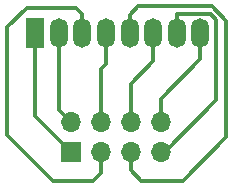
<source format=gbr>
%TF.GenerationSoftware,KiCad,Pcbnew,9.0.0*%
%TF.CreationDate,2025-03-11T10:13:58-07:00*%
%TF.ProjectId,360LPNeckWithPinHeaders,3336304c-504e-4656-936b-576974685069,rev?*%
%TF.SameCoordinates,Original*%
%TF.FileFunction,Copper,L1,Top*%
%TF.FilePolarity,Positive*%
%FSLAX46Y46*%
G04 Gerber Fmt 4.6, Leading zero omitted, Abs format (unit mm)*
G04 Created by KiCad (PCBNEW 9.0.0) date 2025-03-11 10:13:58*
%MOMM*%
%LPD*%
G01*
G04 APERTURE LIST*
%TA.AperFunction,ComponentPad*%
%ADD10R,1.700000X1.700000*%
%TD*%
%TA.AperFunction,ComponentPad*%
%ADD11O,1.700000X1.700000*%
%TD*%
%TA.AperFunction,ComponentPad*%
%ADD12R,1.500000X2.500000*%
%TD*%
%TA.AperFunction,ComponentPad*%
%ADD13O,1.500000X2.500000*%
%TD*%
%TA.AperFunction,Conductor*%
%ADD14C,0.300000*%
%TD*%
G04 APERTURE END LIST*
D10*
%TO.P,J2,1,Pin_1*%
%TO.N,Net-(J1-Pin_1)*%
X22000000Y-25540000D03*
D11*
%TO.P,J2,2,Pin_2*%
%TO.N,Net-(J1-Pin_2)*%
X22000000Y-23000000D03*
%TO.P,J2,3,Pin_3*%
%TO.N,Net-(J1-Pin_3)*%
X24540000Y-25540000D03*
%TO.P,J2,4,Pin_4*%
%TO.N,Net-(J1-Pin_4)*%
X24540000Y-23000000D03*
%TO.P,J2,5,Pin_5*%
%TO.N,Net-(J1-Pin_5)*%
X27080000Y-25540000D03*
%TO.P,J2,6,Pin_6*%
%TO.N,Net-(J1-Pin_6)*%
X27080000Y-23000000D03*
%TO.P,J2,7,Pin_7*%
%TO.N,Net-(J1-Pin_7)*%
X29620000Y-25540000D03*
%TO.P,J2,8,Pin_8*%
%TO.N,Net-(J1-Pin_8)*%
X29620000Y-23000000D03*
%TD*%
D12*
%TO.P,J1,1,Pin_1*%
%TO.N,Net-(J1-Pin_1)*%
X19000000Y-15500000D03*
D13*
%TO.P,J1,2,Pin_2*%
%TO.N,Net-(J1-Pin_2)*%
X21000000Y-15500000D03*
%TO.P,J1,3,Pin_3*%
%TO.N,Net-(J1-Pin_3)*%
X23000000Y-15500000D03*
%TO.P,J1,4,Pin_4*%
%TO.N,Net-(J1-Pin_4)*%
X25000000Y-15500000D03*
%TO.P,J1,5,Pin_5*%
%TO.N,Net-(J1-Pin_5)*%
X27000000Y-15500000D03*
%TO.P,J1,6,Pin_6*%
%TO.N,Net-(J1-Pin_6)*%
X29000000Y-15500000D03*
%TO.P,J1,7,Pin_7*%
%TO.N,Net-(J1-Pin_7)*%
X31000000Y-15500000D03*
%TO.P,J1,8,Pin_8*%
%TO.N,Net-(J1-Pin_8)*%
X33000000Y-15500000D03*
%TD*%
D14*
%TO.N,Net-(J1-Pin_1)*%
X19000000Y-22540000D02*
X22000000Y-25540000D01*
X19000000Y-15500000D02*
X19000000Y-22540000D01*
%TO.N,Net-(J1-Pin_2)*%
X21000000Y-22000000D02*
X22000000Y-23000000D01*
X21000000Y-15500000D02*
X21000000Y-22000000D01*
%TO.N,Net-(J1-Pin_4)*%
X25000000Y-18100000D02*
X24540000Y-18560000D01*
X25000000Y-15500000D02*
X25000000Y-18100000D01*
X24540000Y-18560000D02*
X24540000Y-23000000D01*
%TO.N,Net-(J1-Pin_3)*%
X20500000Y-28000000D02*
X23900000Y-28000000D01*
X18300000Y-13350000D02*
X16650000Y-15000000D01*
X24540000Y-27360000D02*
X24540000Y-25540000D01*
X16650000Y-24150000D02*
X20500000Y-28000000D01*
X22500000Y-13350000D02*
X18300000Y-13350000D01*
X23900000Y-28000000D02*
X24540000Y-27360000D01*
X16650000Y-15000000D02*
X16650000Y-24150000D01*
X23000000Y-13850000D02*
X22500000Y-13350000D01*
X23000000Y-15500000D02*
X23000000Y-13850000D01*
%TO.N,Net-(J1-Pin_6)*%
X29000000Y-15500000D02*
X29000000Y-17900000D01*
X27080000Y-19820000D02*
X27080000Y-23000000D01*
X29000000Y-17900000D02*
X27080000Y-19820000D01*
%TO.N,Net-(J1-Pin_8)*%
X29620000Y-21080000D02*
X29620000Y-23000000D01*
X33000000Y-15500000D02*
X33000000Y-17700000D01*
X33000000Y-17700000D02*
X29620000Y-21080000D01*
%TO.N,Net-(J1-Pin_5)*%
X28000000Y-28000000D02*
X27080000Y-27080000D01*
X27000000Y-15500000D02*
X27000000Y-13950000D01*
X31500000Y-28000000D02*
X28000000Y-28000000D01*
X35200000Y-14450000D02*
X35200000Y-24300000D01*
X27000000Y-13950000D02*
X27750000Y-13200000D01*
X35200000Y-24300000D02*
X31500000Y-28000000D01*
X27750000Y-13200000D02*
X33950000Y-13200000D01*
X27080000Y-27080000D02*
X27080000Y-25540000D01*
X33950000Y-13200000D02*
X35200000Y-14450000D01*
%TO.N,Net-(J1-Pin_7)*%
X31000000Y-13900000D02*
X33900000Y-13900000D01*
X31000000Y-15500000D02*
X31000000Y-13900000D01*
X34350000Y-14350000D02*
X34350000Y-21150000D01*
X29960000Y-25540000D02*
X29620000Y-25540000D01*
X33900000Y-13900000D02*
X34350000Y-14350000D01*
X34350000Y-21150000D02*
X29960000Y-25540000D01*
%TD*%
M02*

</source>
